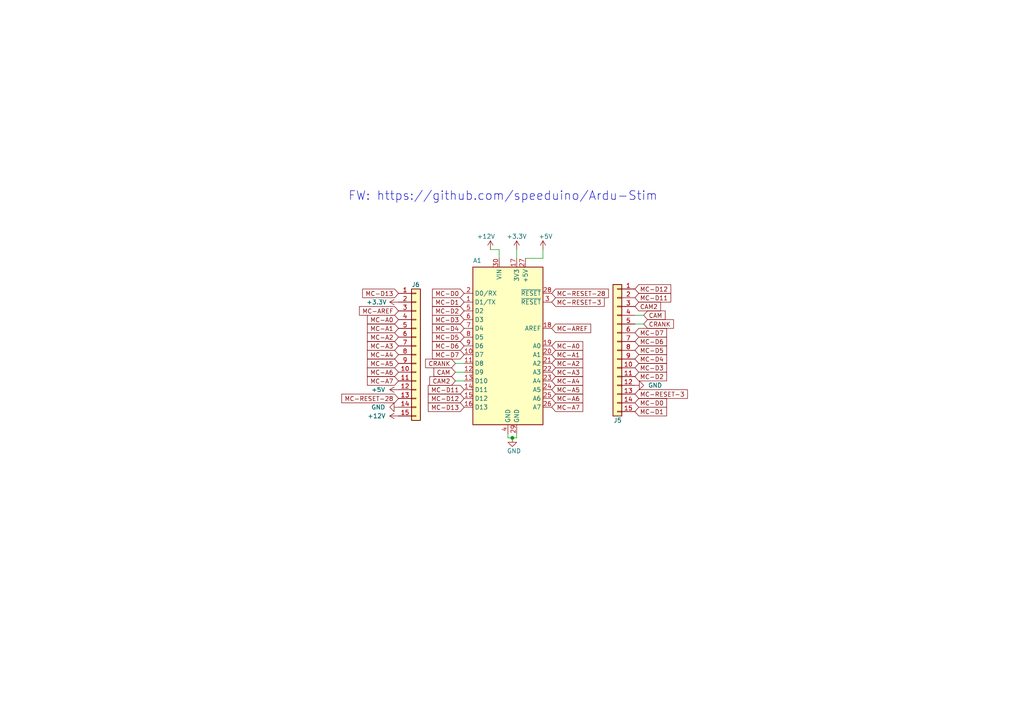
<source format=kicad_sch>
(kicad_sch (version 20250114) (generator "eeschema") (generator_version "9.0")
  (paper "A4")
  (title_block (title "Engine Simulator") (date "2025-02-28") (rev "Production B2") (company "OpenLogicEFI"))
  (lib_symbols
    (symbol "Connector_Generic:Conn_01x15" (pin_names (offset 1.016) (hide yes))
      (property "Reference" "J" (at 0 20.32 0))
      (property "Value" "Conn_01x15" (at 0 -20.32 0))
      (symbol "Conn_01x15_1_1"
        (rectangle (start -1.27 19.05) (end 1.27 -19.05) (stroke (width 0.254)) (fill (type background)))
        (rectangle (start -1.27 17.907) (end 0 17.653) (stroke (width 0.1524)))
        (rectangle (start -1.27 15.367) (end 0 15.113) (stroke (width 0.1524)))
        (rectangle (start -1.27 12.827) (end 0 12.573) (stroke (width 0.1524)))
        (rectangle (start -1.27 10.287) (end 0 10.033) (stroke (width 0.1524)))
        (rectangle (start -1.27 7.747) (end 0 7.493) (stroke (width 0.1524)))
        (rectangle (start -1.27 5.207) (end 0 4.953) (stroke (width 0.1524)))
        (rectangle (start -1.27 2.667) (end 0 2.413) (stroke (width 0.1524)))
        (rectangle (start -1.27 0.127) (end 0 -0.127) (stroke (width 0.1524)))
        (rectangle (start -1.27 -2.413) (end 0 -2.667) (stroke (width 0.1524)))
        (rectangle (start -1.27 -4.953) (end 0 -5.207) (stroke (width 0.1524)))
        (rectangle (start -1.27 -7.493) (end 0 -7.747) (stroke (width 0.1524)))
        (rectangle (start -1.27 -10.033) (end 0 -10.287) (stroke (width 0.1524)))
        (rectangle (start -1.27 -12.573) (end 0 -12.827) (stroke (width 0.1524)))
        (rectangle (start -1.27 -15.113) (end 0 -15.367) (stroke (width 0.1524)))
        (rectangle (start -1.27 -17.653) (end 0 -17.907) (stroke (width 0.1524)))
        (pin passive line (at -5.08 17.78 0) (length 3.81) (name "Pin_1") (number "1"))
        (pin passive line (at -5.08 15.24 0) (length 3.81) (name "Pin_2") (number "2"))
        (pin passive line (at -5.08 12.7 0) (length 3.81) (name "Pin_3") (number "3"))
        (pin passive line (at -5.08 10.16 0) (length 3.81) (name "Pin_4") (number "4"))
        (pin passive line (at -5.08 7.62 0) (length 3.81) (name "Pin_5") (number "5"))
        (pin passive line (at -5.08 5.08 0) (length 3.81) (name "Pin_6") (number "6"))
        (pin passive line (at -5.08 2.54 0) (length 3.81) (name "Pin_7") (number "7"))
        (pin passive line (at -5.08 0 0) (length 3.81) (name "Pin_8") (number "8"))
        (pin passive line (at -5.08 -2.54 0) (length 3.81) (name "Pin_9") (number "9"))
        (pin passive line (at -5.08 -5.08 0) (length 3.81) (name "Pin_10") (number "10"))
        (pin passive line (at -5.08 -7.62 0) (length 3.81) (name "Pin_11") (number "11"))
        (pin passive line (at -5.08 -10.16 0) (length 3.81) (name "Pin_12") (number "12"))
        (pin passive line (at -5.08 -12.7 0) (length 3.81) (name "Pin_13") (number "13"))
        (pin passive line (at -5.08 -15.24 0) (length 3.81) (name "Pin_14") (number "14"))
        (pin passive line (at -5.08 -17.78 0) (length 3.81) (name "Pin_15") (number "15"))
      )
    )
    (symbol "MCU_Module:Arduino_Nano_v3.x"
      (property "Reference" "A" (at -10.16 23.495 0))
      (property "Value" "Arduino_Nano_v3.x" (at 5.08 -24.13 0))
      (symbol "Arduino_Nano_v3.x_0_1"
        (rectangle (start -10.16 22.86) (end 10.16 -22.86) (stroke (width 0.254)) (fill (type background)))
      )
      (symbol "Arduino_Nano_v3.x_1_1"
        (pin bidirectional line (at -12.7 15.24 0) (length 2.54) (name "D0/RX") (number "2"))
        (pin bidirectional line (at -12.7 12.7 0) (length 2.54) (name "D1/TX") (number "1"))
        (pin bidirectional line (at -12.7 10.16 0) (length 2.54) (name "D2") (number "5"))
        (pin bidirectional line (at -12.7 7.62 0) (length 2.54) (name "D3") (number "6"))
        (pin bidirectional line (at -12.7 5.08 0) (length 2.54) (name "D4") (number "7"))
        (pin bidirectional line (at -12.7 2.54 0) (length 2.54) (name "D5") (number "8"))
        (pin bidirectional line (at -12.7 0 0) (length 2.54) (name "D6") (number "9"))
        (pin bidirectional line (at -12.7 -2.54 0) (length 2.54) (name "D7") (number "10"))
        (pin bidirectional line (at -12.7 -5.08 0) (length 2.54) (name "D8") (number "11"))
        (pin bidirectional line (at -12.7 -7.62 0) (length 2.54) (name "D9") (number "12"))
        (pin bidirectional line (at -12.7 -10.16 0) (length 2.54) (name "D10") (number "13"))
        (pin bidirectional line (at -12.7 -12.7 0) (length 2.54) (name "D11") (number "14"))
        (pin bidirectional line (at -12.7 -15.24 0) (length 2.54) (name "D12") (number "15"))
        (pin bidirectional line (at -12.7 -17.78 0) (length 2.54) (name "D13") (number "16"))
        (pin power_in line (at -2.54 25.4 270) (length 2.54) (name "VIN") (number "30"))
        (pin power_in line (at 0 -25.4 90) (length 2.54) (name "GND") (number "4"))
        (pin power_out line (at 2.54 25.4 270) (length 2.54) (name "3V3") (number "17"))
        (pin power_in line (at 2.54 -25.4 90) (length 2.54) (name "GND") (number "29"))
        (pin power_out line (at 5.08 25.4 270) (length 2.54) (name "+5V") (number "27"))
        (pin input line (at 12.7 15.24 180) (length 2.54) (name "~{RESET}") (number "28"))
        (pin input line (at 12.7 12.7 180) (length 2.54) (name "~{RESET}") (number "3"))
        (pin input line (at 12.7 5.08 180) (length 2.54) (name "AREF") (number "18"))
        (pin bidirectional line (at 12.7 0 180) (length 2.54) (name "A0") (number "19"))
        (pin bidirectional line (at 12.7 -2.54 180) (length 2.54) (name "A1") (number "20"))
        (pin bidirectional line (at 12.7 -5.08 180) (length 2.54) (name "A2") (number "21"))
        (pin bidirectional line (at 12.7 -7.62 180) (length 2.54) (name "A3") (number "22"))
        (pin bidirectional line (at 12.7 -10.16 180) (length 2.54) (name "A4") (number "23"))
        (pin bidirectional line (at 12.7 -12.7 180) (length 2.54) (name "A5") (number "24"))
        (pin bidirectional line (at 12.7 -15.24 180) (length 2.54) (name "A6") (number "25"))
        (pin bidirectional line (at 12.7 -17.78 180) (length 2.54) (name "A7") (number "26"))
      )
    )
    (symbol "power:+12V" (power) (pin_names (offset 0))
      (property "Value" "+12V" (at 0 3.556 0))
      (symbol "+12V_0_1"
        (polyline (pts (xy -0.762 1.27) (xy 0 2.54)))
        (polyline (pts (xy 0 2.54) (xy 0.762 1.27)))
        (polyline (pts (xy 0 0) (xy 0 2.54)))
      )
      (symbol "+12V_1_1"
        (pin power_in line (at 0 0 90) (length 0) (hide yes) (name "+12V") (number "1"))
      )
    )
    (symbol "power:+3.3V" (power) (pin_names (offset 0))
      (property "Value" "+3.3V" (at 0 3.556 0))
      (symbol "+3.3V_0_1"
        (polyline (pts (xy -0.762 1.27) (xy 0 2.54)))
        (polyline (pts (xy 0 2.54) (xy 0.762 1.27)))
        (polyline (pts (xy 0 0) (xy 0 2.54)))
      )
      (symbol "+3.3V_1_1"
        (pin power_in line (at 0 0 90) (length 0) (hide yes) (name "+3.3V") (number "1"))
      )
    )
    (symbol "power:+5V" (power) (pin_names (offset 0))
      (property "Value" "+5V" (at 0 3.556 0))
      (symbol "+5V_0_1"
        (polyline (pts (xy -0.762 1.27) (xy 0 2.54)))
        (polyline (pts (xy 0 2.54) (xy 0.762 1.27)))
        (polyline (pts (xy 0 0) (xy 0 2.54)))
      )
      (symbol "+5V_1_1"
        (pin power_in line (at 0 0 90) (length 0) (hide yes) (name "+5V") (number "1"))
      )
    )
    (symbol "power:GND" (power) (pin_names (offset 0))
      (property "Value" "GND" (at 0 -3.81 0))
      (symbol "GND_0_1"
        (polyline (pts (xy 0 0) (xy 0 -1.27) (xy 1.27 -1.27) (xy 0 -2.54) (xy -1.27 -1.27) (xy 0 -1.27)))
      )
      (symbol "GND_1_1"
        (pin power_in line (at 0 0 270) (length 0) (hide yes) (name "GND") (number "1"))
      )
    )
  )
  (text "FW: https://github.com/speeduino/Ardu-Stim" (at 100.965 58.42 0) (effects (font (size 2.54 2.54)) (justify left bottom)))
  (junction (at 148.59 127))
  (wire (pts (xy 147.32 127) (xy 148.59 127)))
  (wire (pts (xy 132.08 110.49) (xy 134.62 110.49)))
  (wire (pts (xy 132.08 105.41) (xy 134.62 105.41)))
  (wire (pts (xy 186.69 93.98) (xy 184.15 93.98)))
  (wire (pts (xy 152.4 74.93) (xy 157.48 74.93)))
  (wire (pts (xy 149.86 127) (xy 149.86 125.73)))
  (wire (pts (xy 157.48 74.93) (xy 157.48 72.39)))
  (wire (pts (xy 147.32 125.73) (xy 147.32 127)))
  (wire (pts (xy 148.59 127) (xy 149.86 127)))
  (wire (pts (xy 149.86 72.39) (xy 149.86 74.93)))
  (wire (pts (xy 144.78 72.39) (xy 144.78 74.93)))
  (wire (pts (xy 186.69 91.44) (xy 184.15 91.44)))
  (wire (pts (xy 132.08 107.95) (xy 134.62 107.95)))
  (wire (pts (xy 142.24 72.39) (xy 144.78 72.39)))
  (global_label "MC-A7" (shape input) (at 115.57 110.49 180) (property "Intersheetrefs" "${INTERSHEET_REFS}" (effects (hide yes))))
  (global_label "MC-D13" (shape input) (at 134.62 118.11 180) (property "Intersheetrefs" "${INTERSHEET_REFS}" (effects (hide yes))))
  (global_label "MC-A5" (shape input) (at 160.02 113.03 0) (property "Intersheetrefs" "${INTERSHEET_REFS}" (effects (hide yes))))
  (global_label "MC-A6" (shape input) (at 115.57 107.95 180) (property "Intersheetrefs" "${INTERSHEET_REFS}" (effects (hide yes))))
  (global_label "MC-A7" (shape input) (at 160.02 118.11 0) (property "Intersheetrefs" "${INTERSHEET_REFS}" (effects (hide yes))))
  (global_label "CAM" (shape input) (at 186.69 91.44 0) (property "Intersheetrefs" "${INTERSHEET_REFS}" (effects (hide yes))))
  (global_label "MC-D3" (shape input) (at 184.15 106.68 0) (property "Intersheetrefs" "${INTERSHEET_REFS}" (effects (hide yes))))
  (global_label "MC-D13" (shape input) (at 115.57 85.09 180) (property "Intersheetrefs" "${INTERSHEET_REFS}" (effects (hide yes))))
  (global_label "MC-D4" (shape input) (at 184.15 104.14 0) (property "Intersheetrefs" "${INTERSHEET_REFS}" (effects (hide yes))))
  (global_label "CRANK" (shape input) (at 186.69 93.98 0) (property "Intersheetrefs" "${INTERSHEET_REFS}" (effects (hide yes))))
  (global_label "MC-RESET-3" (shape input) (at 160.02 87.63 0) (property "Intersheetrefs" "${INTERSHEET_REFS}" (effects (hide yes))))
  (global_label "MC-RESET-28" (shape input) (at 115.57 115.57 180) (property "Intersheetrefs" "${INTERSHEET_REFS}" (effects (hide yes))))
  (global_label "MC-A5" (shape input) (at 115.57 105.41 180) (property "Intersheetrefs" "${INTERSHEET_REFS}" (effects (hide yes))))
  (global_label "MC-D2" (shape input) (at 184.15 109.22 0) (property "Intersheetrefs" "${INTERSHEET_REFS}" (effects (hide yes))))
  (global_label "MC-D5" (shape input) (at 134.62 97.79 180) (property "Intersheetrefs" "${INTERSHEET_REFS}" (effects (hide yes))))
  (global_label "MC-D6" (shape input) (at 134.62 100.33 180) (property "Intersheetrefs" "${INTERSHEET_REFS}" (effects (hide yes))))
  (global_label "MC-D4" (shape input) (at 134.62 95.25 180) (property "Intersheetrefs" "${INTERSHEET_REFS}" (effects (hide yes))))
  (global_label "CAM2" (shape input) (at 184.15 88.9 0) (property "Intersheetrefs" "${INTERSHEET_REFS}" (effects (hide yes))))
  (global_label "CAM" (shape input) (at 132.08 107.95 180) (property "Intersheetrefs" "${INTERSHEET_REFS}" (effects (hide yes))))
  (global_label "MC-D0" (shape input) (at 134.62 85.09 180) (property "Intersheetrefs" "${INTERSHEET_REFS}" (effects (hide yes))))
  (global_label "MC-D1" (shape input) (at 134.62 87.63 180) (property "Intersheetrefs" "${INTERSHEET_REFS}" (effects (hide yes))))
  (global_label "MC-D3" (shape input) (at 134.62 92.71 180) (property "Intersheetrefs" "${INTERSHEET_REFS}" (effects (hide yes))))
  (global_label "MC-A3" (shape input) (at 160.02 107.95 0) (property "Intersheetrefs" "${INTERSHEET_REFS}" (effects (hide yes))))
  (global_label "MC-A3" (shape input) (at 115.57 100.33 180) (property "Intersheetrefs" "${INTERSHEET_REFS}" (effects (hide yes))))
  (global_label "MC-A0" (shape input) (at 115.57 92.71 180) (property "Intersheetrefs" "${INTERSHEET_REFS}" (effects (hide yes))))
  (global_label "MC-D12" (shape input) (at 184.15 83.82 0) (property "Intersheetrefs" "${INTERSHEET_REFS}" (effects (hide yes))))
  (global_label "CAM2" (shape input) (at 132.08 110.49 180) (property "Intersheetrefs" "${INTERSHEET_REFS}" (effects (hide yes))))
  (global_label "MC-A0" (shape input) (at 160.02 100.33 0) (property "Intersheetrefs" "${INTERSHEET_REFS}" (effects (hide yes))))
  (global_label "MC-AREF" (shape input) (at 160.02 95.25 0) (property "Intersheetrefs" "${INTERSHEET_REFS}" (effects (hide yes))))
  (global_label "MC-RESET-3" (shape input) (at 184.15 114.3 0) (property "Intersheetrefs" "${INTERSHEET_REFS}" (effects (hide yes))))
  (global_label "MC-A6" (shape input) (at 160.02 115.57 0) (property "Intersheetrefs" "${INTERSHEET_REFS}" (effects (hide yes))))
  (global_label "MC-D7" (shape input) (at 184.15 96.52 0) (property "Intersheetrefs" "${INTERSHEET_REFS}" (effects (hide yes))))
  (global_label "MC-D7" (shape input) (at 134.62 102.87 180) (property "Intersheetrefs" "${INTERSHEET_REFS}" (effects (hide yes))))
  (global_label "MC-A4" (shape input) (at 115.57 102.87 180) (property "Intersheetrefs" "${INTERSHEET_REFS}" (effects (hide yes))))
  (global_label "MC-D11" (shape input) (at 134.62 113.03 180) (property "Intersheetrefs" "${INTERSHEET_REFS}" (effects (hide yes))))
  (global_label "MC-A1" (shape input) (at 160.02 102.87 0) (property "Intersheetrefs" "${INTERSHEET_REFS}" (effects (hide yes))))
  (global_label "MC-D6" (shape input) (at 184.15 99.06 0) (property "Intersheetrefs" "${INTERSHEET_REFS}" (effects (hide yes))))
  (global_label "MC-RESET-28" (shape input) (at 160.02 85.09 0) (property "Intersheetrefs" "${INTERSHEET_REFS}" (effects (hide yes))))
  (global_label "MC-AREF" (shape input) (at 115.57 90.17 180) (property "Intersheetrefs" "${INTERSHEET_REFS}" (effects (hide yes))))
  (global_label "MC-A4" (shape input) (at 160.02 110.49 0) (property "Intersheetrefs" "${INTERSHEET_REFS}" (effects (hide yes))))
  (global_label "MC-A2" (shape input) (at 160.02 105.41 0) (property "Intersheetrefs" "${INTERSHEET_REFS}" (effects (hide yes))))
  (global_label "MC-D5" (shape input) (at 184.15 101.6 0) (property "Intersheetrefs" "${INTERSHEET_REFS}" (effects (hide yes))))
  (global_label "MC-D0" (shape input) (at 184.15 116.84 0) (property "Intersheetrefs" "${INTERSHEET_REFS}" (effects (hide yes))))
  (global_label "MC-D1" (shape input) (at 184.15 119.38 0) (property "Intersheetrefs" "${INTERSHEET_REFS}" (effects (hide yes))))
  (global_label "MC-D2" (shape input) (at 134.62 90.17 180) (property "Intersheetrefs" "${INTERSHEET_REFS}" (effects (hide yes))))
  (global_label "CRANK" (shape input) (at 132.08 105.41 180) (property "Intersheetrefs" "${INTERSHEET_REFS}" (effects (hide yes))))
  (global_label "MC-D11" (shape input) (at 184.15 86.36 0) (property "Intersheetrefs" "${INTERSHEET_REFS}" (effects (hide yes))))
  (global_label "MC-A2" (shape input) (at 115.57 97.79 180) (property "Intersheetrefs" "${INTERSHEET_REFS}" (effects (hide yes))))
  (global_label "MC-A1" (shape input) (at 115.57 95.25 180) (property "Intersheetrefs" "${INTERSHEET_REFS}" (effects (hide yes))))
  (global_label "MC-D12" (shape input) (at 134.62 115.57 180) (property "Intersheetrefs" "${INTERSHEET_REFS}" (effects (hide yes))))
  (symbol (lib_id "power:+3.3V") (at 115.57 87.63 90) (unit 1)
    (property "Reference" "#PWR030" (effects (hide yes)))
    (property "Value" "+3.3V" (at 109.22 87.63 90))
  )
  (symbol (lib_id "power:GND") (at 184.15 111.76 90) (unit 1)
    (property "Reference" "#PWR052" (effects (hide yes)))
    (property "Value" "GND" (at 187.96 111.76 90) (effects (justify right)))
  )
  (symbol (lib_id "power:+5V") (at 157.48 72.39 0) (unit 1)
    (property "Reference" "#PWR049" (effects (hide yes)))
    (property "Value" "+5V" (at 156.21 68.58 0) (effects (justify left)))
  )
  (symbol (lib_id "power:+12V") (at 142.24 72.39 0) (unit 1)
    (property "Reference" "#PWR034" (effects (hide yes)))
    (property "Value" "+12V" (at 140.97 68.58 0))
  )
  (symbol (lib_id "Connector_Generic:Conn_01x15") (at 179.07 101.6 0) (mirror y) (unit 1)
    (property "Reference" "J5" (at 180.34 121.92 0) (effects (justify left)))
    (property "Value" "Conn_01x04" (effects (hide yes)))
    (property "Footprint" "Connector_PinSocket_2.54mm:PinSocket_1x15_P2.54mm_Vertical" (effects (hide yes)))
  )
  (symbol (lib_id "Connector_Generic:Conn_01x15") (at 120.65 102.87 0) (unit 1)
    (property "Reference" "J6" (at 119.38 82.55 0) (effects (justify left)))
    (property "Value" "Conn_01x04" (effects (hide yes)))
    (property "Footprint" "Connector_PinSocket_2.54mm:PinSocket_1x15_P2.54mm_Vertical" (effects (hide yes)))
  )
  (symbol (lib_id "power:+5V") (at 115.57 113.03 90) (unit 1)
    (property "Reference" "#PWR031" (effects (hide yes)))
    (property "Value" "+5V" (at 111.76 113.03 90) (effects (justify left)))
  )
  (symbol (lib_id "MCU_Module:Arduino_Nano_v3.x") (at 147.32 100.33 0) (unit 1) (in_bom no)
    (property "Reference" "A1" (at 138.43 75.565 0))
    (property "Value" "Arduino_Nano_v3.x" (effects (hide yes)))
    (property "Footprint" "Module:Arduino_Nano" (effects (hide yes)))
    (property "Datasheet" "http://www.mouser.com/pdfdocs/Gravitech_Arduino_Nano3_0.pdf" (effects (hide yes)))
  )
  (symbol (lib_id "power:GND") (at 148.59 127 0) (unit 1)
    (property "Reference" "#PWR045" (effects (hide yes)))
    (property "Value" "GND" (at 151.13 130.81 0) (effects (justify right)))
  )
  (symbol (lib_id "power:+3.3V") (at 149.86 72.39 0) (unit 1)
    (property "Reference" "#PWR048" (effects (hide yes)))
    (property "Value" "+3.3V" (at 149.86 68.58 0))
  )
  (symbol (lib_id "power:GND") (at 115.57 118.11 270) (unit 1)
    (property "Reference" "#PWR032" (effects (hide yes)))
    (property "Value" "GND" (at 111.76 118.11 90) (effects (justify right)))
  )
  (symbol (lib_id "power:+12V") (at 115.57 120.65 90) (unit 1)
    (property "Reference" "#PWR033" (effects (hide yes)))
    (property "Value" "+12V" (at 109.22 120.65 90))
  )
)
</source>
